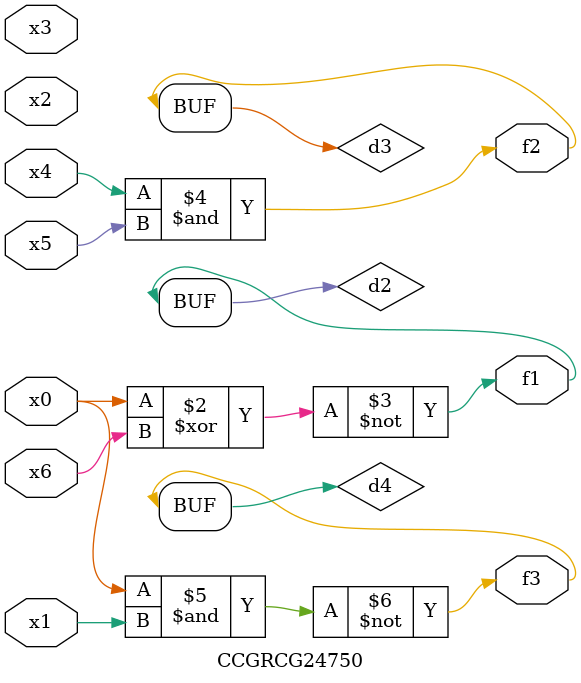
<source format=v>
module CCGRCG24750(
	input x0, x1, x2, x3, x4, x5, x6,
	output f1, f2, f3
);

	wire d1, d2, d3, d4;

	nor (d1, x0);
	xnor (d2, x0, x6);
	and (d3, x4, x5);
	nand (d4, x0, x1);
	assign f1 = d2;
	assign f2 = d3;
	assign f3 = d4;
endmodule

</source>
